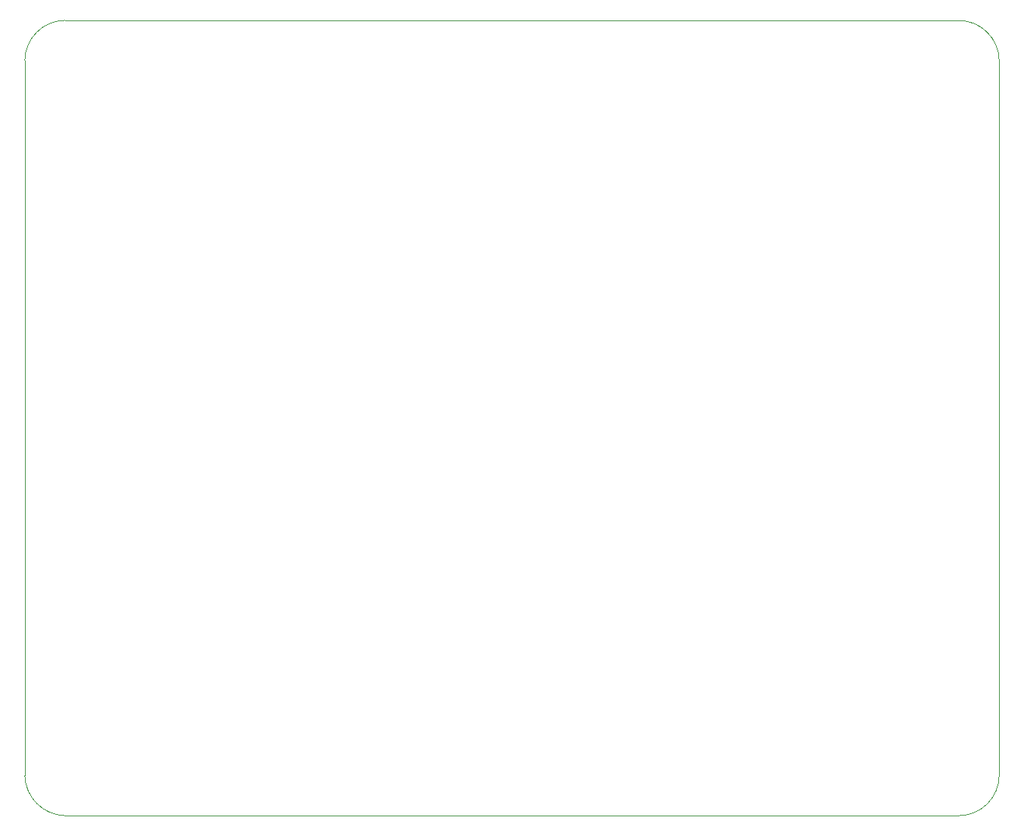
<source format=gbr>
%TF.GenerationSoftware,KiCad,Pcbnew,7.0.8*%
%TF.CreationDate,2024-02-23T11:13:45-06:00*%
%TF.ProjectId,ChargeController_Main,43686172-6765-4436-9f6e-74726f6c6c65,rev?*%
%TF.SameCoordinates,Original*%
%TF.FileFunction,Profile,NP*%
%FSLAX46Y46*%
G04 Gerber Fmt 4.6, Leading zero omitted, Abs format (unit mm)*
G04 Created by KiCad (PCBNEW 7.0.8) date 2024-02-23 11:13:45*
%MOMM*%
%LPD*%
G01*
G04 APERTURE LIST*
%TA.AperFunction,Profile*%
%ADD10C,0.100000*%
%TD*%
G04 APERTURE END LIST*
D10*
X144500000Y-115000000D02*
X144500000Y-35000000D01*
X40000000Y-30500000D02*
X140000000Y-30500000D01*
X144500000Y-35000000D02*
G75*
G03*
X139999939Y-30505935I-4546000J-52000D01*
G01*
X35500000Y-115000000D02*
X35500000Y-35000000D01*
X140000000Y-119499999D02*
G75*
G03*
X144499999Y-115000000I-22700J4522699D01*
G01*
X40000000Y-30500001D02*
G75*
G03*
X35500001Y-35000000I27900J-4527899D01*
G01*
X35500001Y-115000000D02*
G75*
G03*
X40000000Y-119499999I4603199J103200D01*
G01*
X40000000Y-119500000D02*
X140000000Y-119500000D01*
M02*

</source>
